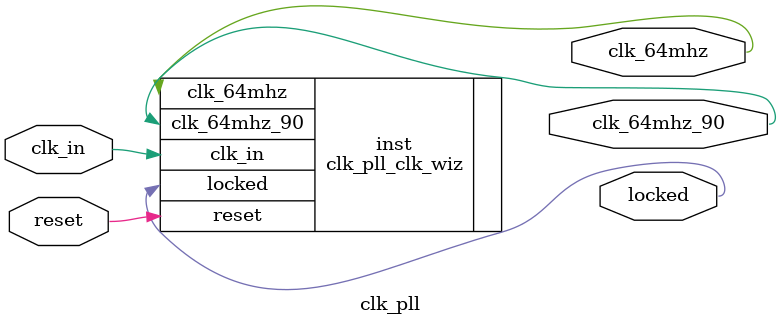
<source format=v>


`timescale 1ps/1ps

(* CORE_GENERATION_INFO = "clk_pll,clk_wiz_v6_0_3_0_0,{component_name=clk_pll,use_phase_alignment=true,use_min_o_jitter=true,use_max_i_jitter=false,use_dyn_phase_shift=false,use_inclk_switchover=false,use_dyn_reconfig=false,enable_axi=0,feedback_source=FDBK_AUTO,PRIMITIVE=PLL,num_out_clk=2,clkin1_period=38.462,clkin2_period=10.0,use_power_down=false,use_reset=true,use_locked=true,use_inclk_stopped=false,feedback_type=SINGLE,CLOCK_MGR_TYPE=NA,manual_override=false}" *)

module clk_pll 
 (
  // Clock out ports
  output        clk_64mhz,
  output        clk_64mhz_90,
  // Status and control signals
  input         reset,
  output        locked,
 // Clock in ports
  input         clk_in
 );

  clk_pll_clk_wiz inst
  (
  // Clock out ports  
  .clk_64mhz(clk_64mhz),
  .clk_64mhz_90(clk_64mhz_90),
  // Status and control signals               
  .reset(reset), 
  .locked(locked),
 // Clock in ports
  .clk_in(clk_in)
  );

endmodule

</source>
